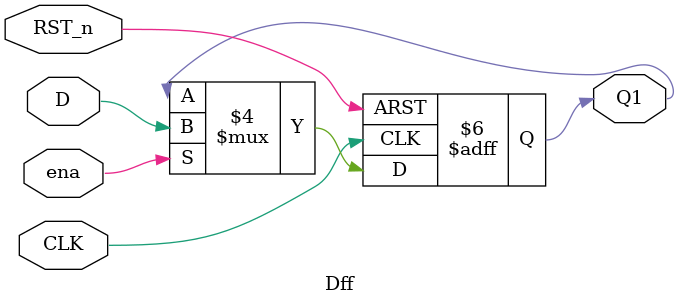
<source format=v>
`timescale 1ns / 1ps


module Dff(
    input CLK, //Ê±ÖÓÐÅºÅ£¬ÉÏÉýÑØÓÐÐ§
    input D, //ÊäÈëÐÅºÅD
    input RST_n, //¸´Î»ÐÅºÅ£¬µÍµçÆ½ÓÐÐ§
    input ena,
    output reg Q1 //Êä³öÐÅºÅQ
    );
    always @(negedge CLK or posedge RST_n)
    begin
        if(RST_n==1)
        begin
            Q1<=0;
        end
        else
        begin
            if(ena==1)
            begin
                Q1<=D;
            end
        end
    end
endmodule

</source>
